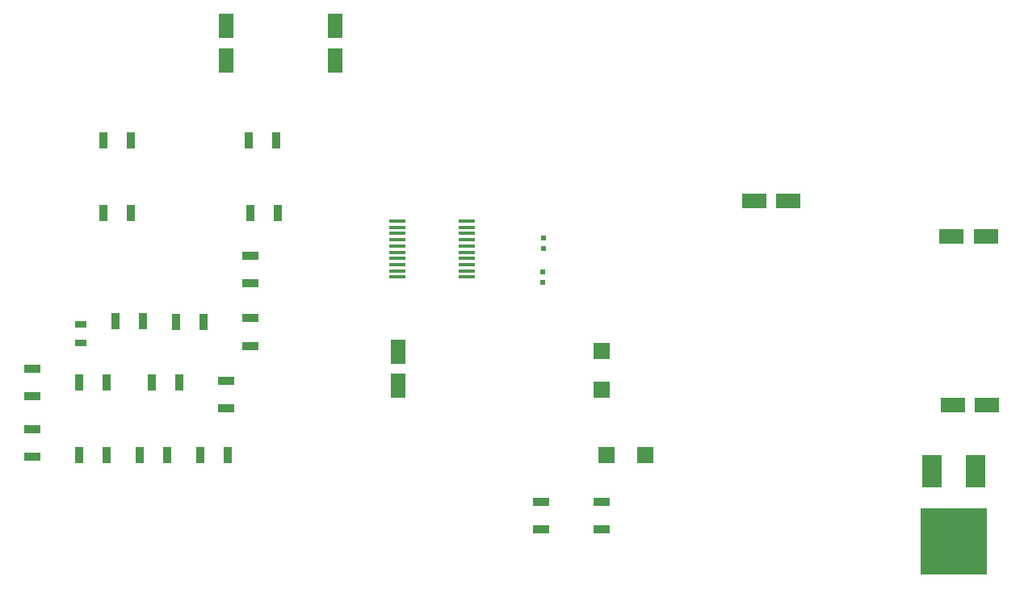
<source format=gtp>
G04 #@! TF.FileFunction,Paste,Top*
%FSLAX46Y46*%
G04 Gerber Fmt 4.6, Leading zero omitted, Abs format (unit mm)*
G04 Created by KiCad (PCBNEW 4.0.7-e2-6376~58~ubuntu16.04.1) date Thu Nov 23 09:20:08 2017*
%MOMM*%
%LPD*%
G01*
G04 APERTURE LIST*
%ADD10C,0.100000*%
%ADD11R,0.500000X0.600000*%
%ADD12R,1.600000X2.600000*%
%ADD13R,2.600000X1.600000*%
%ADD14R,1.700000X0.900000*%
%ADD15R,0.900000X1.700000*%
%ADD16R,1.300000X0.700000*%
%ADD17R,1.651000X0.431800*%
%ADD18R,2.000000X3.500000*%
%ADD19R,7.000000X7.000000*%
%ADD20R,1.770000X1.800000*%
%ADD21R,1.800000X1.770000*%
G04 APERTURE END LIST*
D10*
D11*
X151320500Y-65934500D03*
X151320500Y-67034500D03*
X151384000Y-63415000D03*
X151384000Y-62315000D03*
D12*
X129540000Y-40110000D03*
X129540000Y-43710000D03*
D13*
X197761000Y-62166500D03*
X194161000Y-62166500D03*
X197888000Y-79883000D03*
X194288000Y-79883000D03*
X177060000Y-58420000D03*
X173460000Y-58420000D03*
D12*
X118110000Y-40110000D03*
X118110000Y-43710000D03*
X136144000Y-74273000D03*
X136144000Y-77873000D03*
D14*
X97790000Y-78920000D03*
X97790000Y-76020000D03*
X97790000Y-85270000D03*
X97790000Y-82370000D03*
D15*
X108130000Y-52070000D03*
X105230000Y-52070000D03*
X108130000Y-59690000D03*
X105230000Y-59690000D03*
X105590000Y-85090000D03*
X102690000Y-85090000D03*
X111940000Y-85090000D03*
X109040000Y-85090000D03*
X123370000Y-52070000D03*
X120470000Y-52070000D03*
X123497000Y-59690000D03*
X120597000Y-59690000D03*
X118290000Y-85090000D03*
X115390000Y-85090000D03*
D14*
X118110000Y-77290000D03*
X118110000Y-80190000D03*
D15*
X110310000Y-77470000D03*
X113210000Y-77470000D03*
X102690000Y-77470000D03*
X105590000Y-77470000D03*
D16*
X102870000Y-71440000D03*
X102870000Y-73340000D03*
D15*
X109400000Y-71056500D03*
X106500000Y-71056500D03*
X115750000Y-71120000D03*
X112850000Y-71120000D03*
D14*
X120650000Y-70749500D03*
X120650000Y-73649500D03*
X157480000Y-89990000D03*
X157480000Y-92890000D03*
X151130000Y-92890000D03*
X151130000Y-89990000D03*
X120650000Y-64209000D03*
X120650000Y-67109000D03*
D17*
X136067800Y-60579000D03*
X136067800Y-61214000D03*
X136067800Y-61874400D03*
X136067800Y-62534800D03*
X136067800Y-63169800D03*
X136067800Y-63830200D03*
X136067800Y-64465200D03*
X136067800Y-65125600D03*
X136067800Y-65786000D03*
X136067800Y-66421000D03*
X143332200Y-66421000D03*
X143332200Y-65786000D03*
X143332200Y-65125600D03*
X143332200Y-64465200D03*
X143332200Y-63830200D03*
X143332200Y-63169800D03*
X143332200Y-62534800D03*
X143332200Y-61874400D03*
X143332200Y-61214000D03*
X143332200Y-60579000D03*
D18*
X196673500Y-86801500D03*
X192093500Y-86801500D03*
D19*
X194373500Y-94201500D03*
D20*
X157480000Y-74158000D03*
X157480000Y-78242000D03*
D21*
X157978000Y-85090000D03*
X162062000Y-85090000D03*
M02*

</source>
